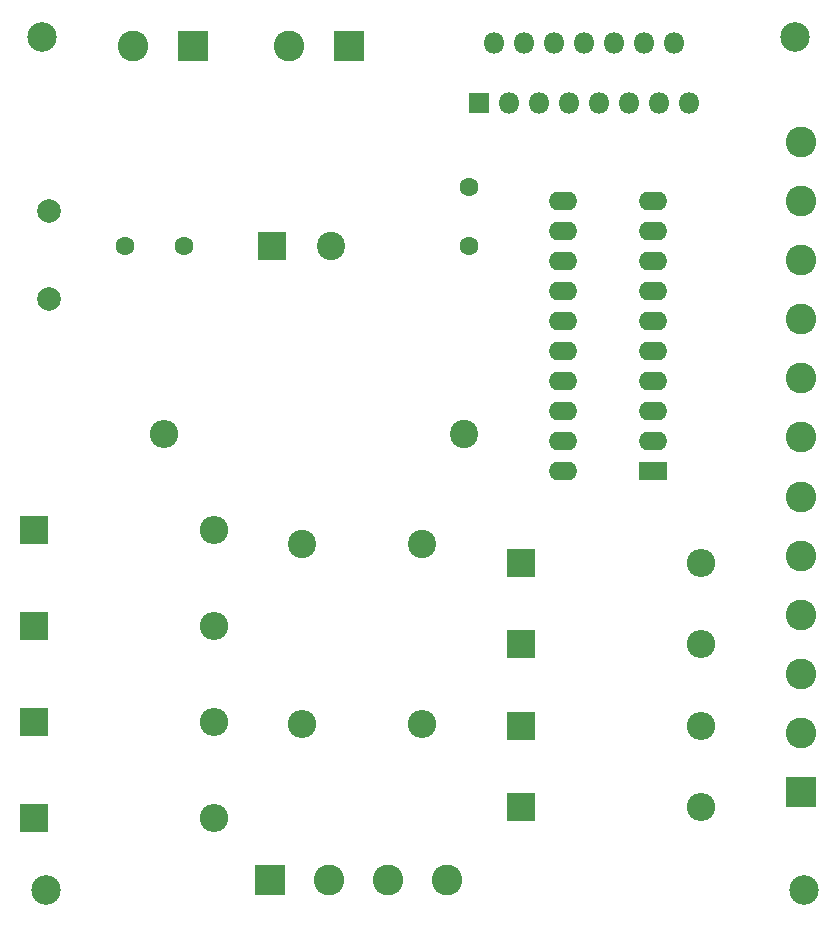
<source format=gbr>
%TF.GenerationSoftware,KiCad,Pcbnew,7.0.2*%
%TF.CreationDate,2023-06-26T18:32:19+02:00*%
%TF.ProjectId,Two_phese_bipolar_stepper_motor,54776f5f-7068-4657-9365-5f6269706f6c,REV1*%
%TF.SameCoordinates,Original*%
%TF.FileFunction,Soldermask,Top*%
%TF.FilePolarity,Negative*%
%FSLAX46Y46*%
G04 Gerber Fmt 4.6, Leading zero omitted, Abs format (unit mm)*
G04 Created by KiCad (PCBNEW 7.0.2) date 2023-06-26 18:32:19*
%MOMM*%
%LPD*%
G01*
G04 APERTURE LIST*
%ADD10R,1.800000X1.800000*%
%ADD11O,1.800000X1.800000*%
%ADD12R,2.400000X2.400000*%
%ADD13C,2.400000*%
%ADD14O,2.400000X2.400000*%
%ADD15C,2.500000*%
%ADD16C,1.600000*%
%ADD17C,2.000000*%
%ADD18R,2.600000X2.600000*%
%ADD19C,2.600000*%
%ADD20R,2.400000X1.600000*%
%ADD21O,2.400000X1.600000*%
G04 APERTURE END LIST*
D10*
%TO.C,U2*%
X154210000Y-62360000D03*
D11*
X155480000Y-57280000D03*
X156750000Y-62360000D03*
X158020000Y-57280000D03*
X159290000Y-62360000D03*
X160560000Y-57280000D03*
X161830000Y-62360000D03*
X163100000Y-57280000D03*
X164370000Y-62360000D03*
X165640000Y-57280000D03*
X166910000Y-62360000D03*
X168180000Y-57280000D03*
X169450000Y-62360000D03*
X170720000Y-57280000D03*
X171990000Y-62360000D03*
%TD*%
D12*
%TO.C,C4*%
X136652000Y-74460000D03*
D13*
X141652000Y-74460000D03*
%TD*%
D12*
%TO.C,D3*%
X157734000Y-115100000D03*
D14*
X172974000Y-115100000D03*
%TD*%
D15*
%TO.C,REF\u002A\u002A*%
X181700000Y-129025000D03*
%TD*%
D12*
%TO.C,D4*%
X157734000Y-121990000D03*
D14*
X172974000Y-121990000D03*
%TD*%
D13*
%TO.C,Rs2*%
X139165000Y-99710000D03*
D14*
X139165000Y-114950000D03*
%TD*%
D16*
%TO.C,C3*%
X124246000Y-74460000D03*
X129246000Y-74460000D03*
%TD*%
D17*
%TO.C,C1*%
X117775000Y-71500000D03*
X117775000Y-79000000D03*
%TD*%
D18*
%TO.C,J1*%
X143205000Y-57515000D03*
D19*
X138125000Y-57515000D03*
%TD*%
D18*
%TO.C,J4*%
X136518000Y-128137000D03*
D19*
X141518000Y-128137000D03*
X146518000Y-128137000D03*
X151518000Y-128137000D03*
%TD*%
D13*
%TO.C,R1*%
X152908000Y-90424000D03*
D14*
X127508000Y-90424000D03*
%TD*%
D12*
%TO.C,D1*%
X157734000Y-101320000D03*
D14*
X172974000Y-101320000D03*
%TD*%
D15*
%TO.C,REF\u002A\u002A*%
X117175000Y-56750000D03*
%TD*%
D12*
%TO.C,D8*%
X116525000Y-98558334D03*
D14*
X131765000Y-98558334D03*
%TD*%
D12*
%TO.C,D5*%
X116525000Y-122883334D03*
D14*
X131765000Y-122883334D03*
%TD*%
D12*
%TO.C,D2*%
X157734000Y-108210000D03*
D14*
X172974000Y-108210000D03*
%TD*%
D12*
%TO.C,D7*%
X116525000Y-106666667D03*
D14*
X131765000Y-106666667D03*
%TD*%
D15*
%TO.C,REF\u002A\u002A*%
X180950000Y-56750000D03*
%TD*%
D20*
%TO.C,U1*%
X168910000Y-93510000D03*
D21*
X168910000Y-90970000D03*
X168910000Y-88430000D03*
X168910000Y-85890000D03*
X168910000Y-83350000D03*
X168910000Y-80810000D03*
X168910000Y-78270000D03*
X168910000Y-75730000D03*
X168910000Y-73190000D03*
X168910000Y-70650000D03*
X161290000Y-70650000D03*
X161290000Y-73190000D03*
X161290000Y-75730000D03*
X161290000Y-78270000D03*
X161290000Y-80810000D03*
X161290000Y-83350000D03*
X161290000Y-85890000D03*
X161290000Y-88430000D03*
X161290000Y-90970000D03*
X161290000Y-93510000D03*
%TD*%
D12*
%TO.C,D6*%
X116525000Y-114775000D03*
D14*
X131765000Y-114775000D03*
%TD*%
D15*
%TO.C,REF\u002A\u002A*%
X117500000Y-129025000D03*
%TD*%
D18*
%TO.C,J2*%
X129945000Y-57545000D03*
D19*
X124865000Y-57545000D03*
%TD*%
D18*
%TO.C,J3*%
X181450000Y-120700000D03*
D19*
X181450000Y-115700000D03*
X181450000Y-110700000D03*
X181450000Y-105700000D03*
X181450000Y-100700000D03*
X181450000Y-95700000D03*
X181450000Y-90700000D03*
X181450000Y-85700000D03*
X181450000Y-80700000D03*
X181450000Y-75700000D03*
X181450000Y-70700000D03*
X181450000Y-65700000D03*
%TD*%
D16*
%TO.C,C2*%
X153375000Y-69500000D03*
X153375000Y-74500000D03*
%TD*%
D13*
%TO.C,Rs1*%
X149325000Y-99710000D03*
D14*
X149325000Y-114950000D03*
%TD*%
M02*

</source>
